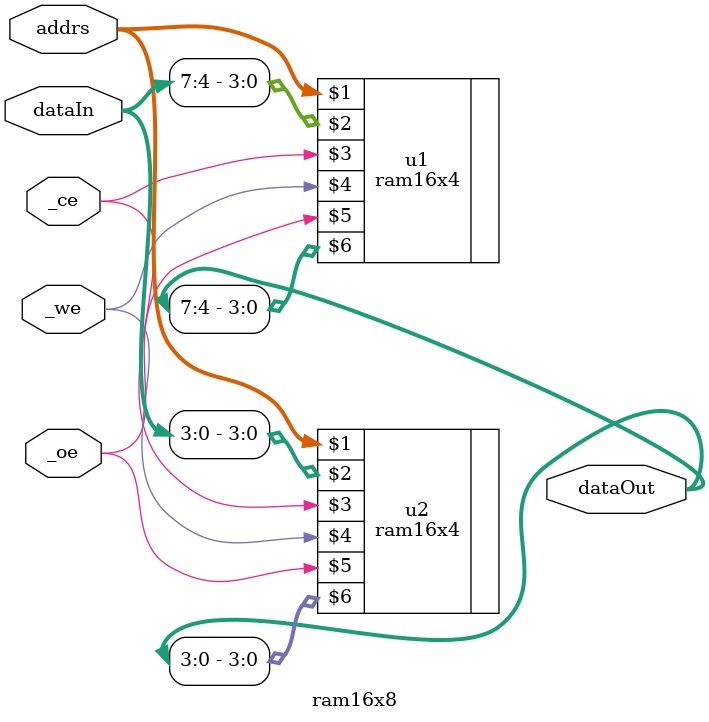
<source format=v>
`include "ram16x4.v"
module ram16x8(addrs, dataIn, _ce, _we, _oe, dataOut);
input[3:0] addrs;
input[7:0] dataIn;
input _ce, _we, _oe;
output [7:0] dataOut;
//first half of data goes to address a on u1
ram16x4 u1(addrs, dataIn[7:4], _ce, _we, _oe, dataOut[7:4]);
//second half of data goes to address a on u2
ram16x4 u2(addrs, dataIn[3:0], _ce, _we, _oe, dataOut[3:0]);
endmodule
</source>
